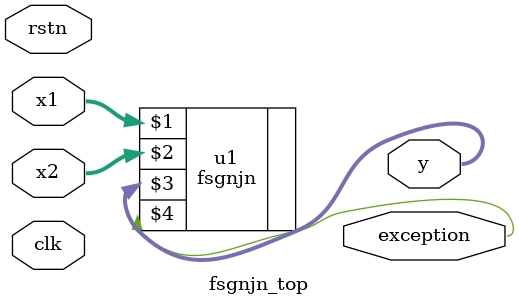
<source format=v>
module fsgnjn_top
   (  input wire [31:0]  x1,
      input wire [31:0]  x2,
      output wire [31:0] y,
      output wire        exception,
      input wire        clk,
      input wire        rstn);

   fsgnjn u1(x1,x2,y,exception);

endmodule
</source>
